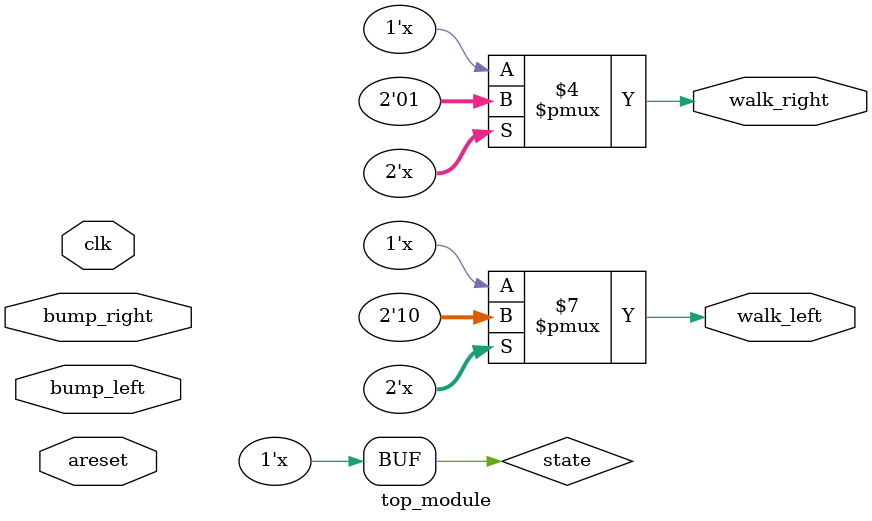
<source format=sv>
module top_module (
    input clk,
    input areset,
    input bump_left,
    input bump_right,
    output reg walk_left,
    output reg walk_right
);

    // State encoding
    parameter WL = 1'b0;
    parameter WR = 1'b1;

    // Current state register
    reg state;

    // Combinational next state logic
    always @(*) begin
        case (state)
            WL: begin
                if (bump_left)
                    state = WR;
                else
                    state = WL;
            end
            WR: begin
                if (bump_right)
                    state = WL;
                else
                    state = WR;
            end
        endcase
    end

    // Sequential state update on rising edge of clk or areset
    always @(posedge clk or posedge areset) begin
        if (areset) begin
            state <= WL;
        end
        else begin
            case (state)
                WL: begin
                    if (bump_left)
                        state <= WR;
                    else
                        state <= WL;
                end
                WR: begin
                    if (bump_right)
                        state <= WL;
                    else
                        state <= WR;
                end
            endcase
        end
    end

    // Output logic based on current state
    always @(*) begin
        case (state)
            WL: begin
                walk_left = 1'b1;
                walk_right = 1'b0;
            end
            WR: begin
                walk_left = 1'b0;
                walk_right = 1'b1;
            end
            default: begin
                walk_left = 1'b0;
                walk_right = 1'b0;
            end
        endcase
    end

endmodule

</source>
